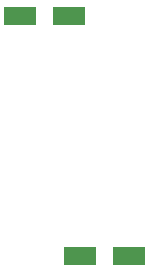
<source format=gbr>
%TF.GenerationSoftware,KiCad,Pcbnew,(6.0.4)*%
%TF.CreationDate,2022-10-15T21:28:15-07:00*%
%TF.ProjectId,RaspiCar_PCB1,52617370-6943-4617-925f-504342312e6b,rev?*%
%TF.SameCoordinates,Original*%
%TF.FileFunction,Paste,Top*%
%TF.FilePolarity,Positive*%
%FSLAX46Y46*%
G04 Gerber Fmt 4.6, Leading zero omitted, Abs format (unit mm)*
G04 Created by KiCad (PCBNEW (6.0.4)) date 2022-10-15 21:28:15*
%MOMM*%
%LPD*%
G01*
G04 APERTURE LIST*
G04 Aperture macros list*
%AMRoundRect*
0 Rectangle with rounded corners*
0 $1 Rounding radius*
0 $2 $3 $4 $5 $6 $7 $8 $9 X,Y pos of 4 corners*
0 Add a 4 corners polygon primitive as box body*
4,1,4,$2,$3,$4,$5,$6,$7,$8,$9,$2,$3,0*
0 Add four circle primitives for the rounded corners*
1,1,$1+$1,$2,$3*
1,1,$1+$1,$4,$5*
1,1,$1+$1,$6,$7*
1,1,$1+$1,$8,$9*
0 Add four rect primitives between the rounded corners*
20,1,$1+$1,$2,$3,$4,$5,0*
20,1,$1+$1,$4,$5,$6,$7,0*
20,1,$1+$1,$6,$7,$8,$9,0*
20,1,$1+$1,$8,$9,$2,$3,0*%
G04 Aperture macros list end*
%ADD10RoundRect,0.250000X-1.137500X-0.550000X1.137500X-0.550000X1.137500X0.550000X-1.137500X0.550000X0*%
%ADD11RoundRect,0.250000X1.137500X0.550000X-1.137500X0.550000X-1.137500X-0.550000X1.137500X-0.550000X0*%
G04 APERTURE END LIST*
D10*
%TO.C,C1*%
X183357500Y-88900000D03*
X187482500Y-88900000D03*
%TD*%
D11*
%TO.C,C2*%
X192562500Y-109220000D03*
X188437500Y-109220000D03*
%TD*%
M02*

</source>
